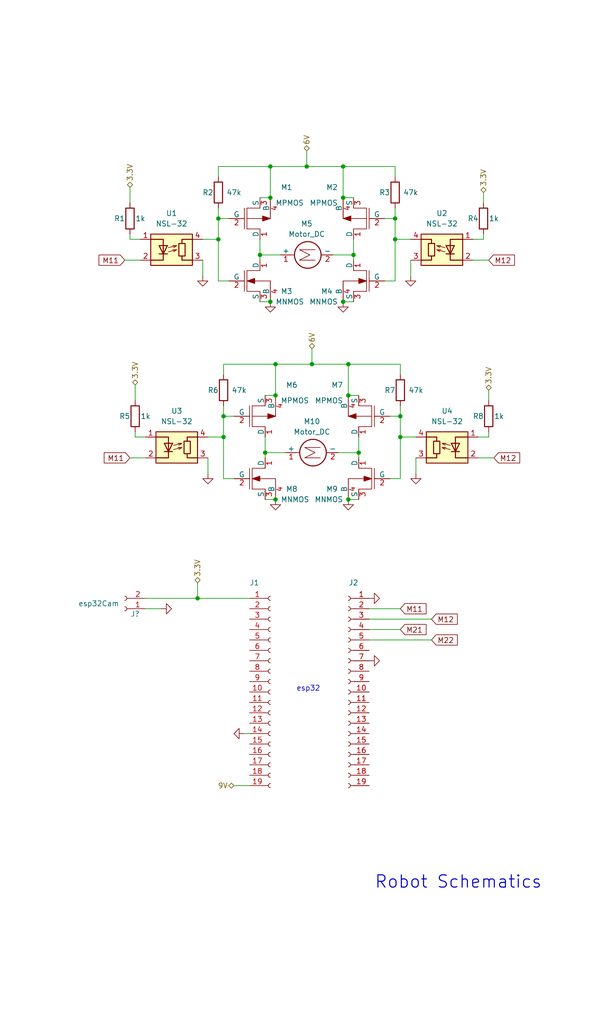
<source format=kicad_sch>
(kicad_sch (version 20211123) (generator eeschema)
  (paper "User" 150.012 250.012)
  (lib_symbols
    (symbol "Connector:Conn_01x02_Female" (pin_names (offset 1.016) hide)
      (property "Reference" "J" (at 0 2.54 0))
      (property "Value" "Conn_01x02_Female" (at 0 -5.08 0))
      (symbol "Conn_01x02_Female_1_1"
        (arc (start 0 -2.032) (mid -0.508 -2.54) (end 0 -3.048) (stroke (width 0.1524)))
        (polyline (pts (xy -1.27 -2.54) (xy -0.508 -2.54)) (stroke (width 0.1524)))
        (polyline (pts (xy -1.27 0) (xy -0.508 0)) (stroke (width 0.1524)))
        (arc (start 0 0.508) (mid -0.508 0) (end 0 -0.508) (stroke (width 0.1524)))
        (pin passive line (at -5.08 0 0) (length 3.81) (name "Pin_1") (number "1"))
        (pin passive line (at -5.08 -2.54 0) (length 3.81) (name "Pin_2") (number "2"))
      )
    )
    (symbol "Connector:Conn_01x19_Female" (pin_names (offset 1.016) hide)
      (property "Reference" "J" (at 0 25.4 0))
      (property "Value" "Conn_01x19_Female" (at 0 -25.4 0))
      (symbol "Conn_01x19_Female_1_1"
        (arc (start 0 -22.352) (mid -0.508 -22.86) (end 0 -23.368) (stroke (width 0.1524)))
        (arc (start 0 -19.812) (mid -0.508 -20.32) (end 0 -20.828) (stroke (width 0.1524)))
        (arc (start 0 -17.272) (mid -0.508 -17.78) (end 0 -18.288) (stroke (width 0.1524)))
        (arc (start 0 -14.732) (mid -0.508 -15.24) (end 0 -15.748) (stroke (width 0.1524)))
        (arc (start 0 -12.192) (mid -0.508 -12.7) (end 0 -13.208) (stroke (width 0.1524)))
        (arc (start 0 -9.652) (mid -0.508 -10.16) (end 0 -10.668) (stroke (width 0.1524)))
        (arc (start 0 -7.112) (mid -0.508 -7.62) (end 0 -8.128) (stroke (width 0.1524)))
        (arc (start 0 -4.572) (mid -0.508 -5.08) (end 0 -5.588) (stroke (width 0.1524)))
        (arc (start 0 -2.032) (mid -0.508 -2.54) (end 0 -3.048) (stroke (width 0.1524)))
        (polyline (pts (xy -1.27 -22.86) (xy -0.508 -22.86)) (stroke (width 0.1524)))
        (polyline (pts (xy -1.27 -20.32) (xy -0.508 -20.32)) (stroke (width 0.1524)))
        (polyline (pts (xy -1.27 -17.78) (xy -0.508 -17.78)) (stroke (width 0.1524)))
        (polyline (pts (xy -1.27 -15.24) (xy -0.508 -15.24)) (stroke (width 0.1524)))
        (polyline (pts (xy -1.27 -12.7) (xy -0.508 -12.7)) (stroke (width 0.1524)))
        (polyline (pts (xy -1.27 -10.16) (xy -0.508 -10.16)) (stroke (width 0.1524)))
        (polyline (pts (xy -1.27 -7.62) (xy -0.508 -7.62)) (stroke (width 0.1524)))
        (polyline (pts (xy -1.27 -5.08) (xy -0.508 -5.08)) (stroke (width 0.1524)))
        (polyline (pts (xy -1.27 -2.54) (xy -0.508 -2.54)) (stroke (width 0.1524)))
        (polyline (pts (xy -1.27 0) (xy -0.508 0)) (stroke (width 0.1524)))
        (polyline (pts (xy -1.27 2.54) (xy -0.508 2.54)) (stroke (width 0.1524)))
        (polyline (pts (xy -1.27 5.08) (xy -0.508 5.08)) (stroke (width 0.1524)))
        (polyline (pts (xy -1.27 7.62) (xy -0.508 7.62)) (stroke (width 0.1524)))
        (polyline (pts (xy -1.27 10.16) (xy -0.508 10.16)) (stroke (width 0.1524)))
        (polyline (pts (xy -1.27 12.7) (xy -0.508 12.7)) (stroke (width 0.1524)))
        (polyline (pts (xy -1.27 15.24) (xy -0.508 15.24)) (stroke (width 0.1524)))
        (polyline (pts (xy -1.27 17.78) (xy -0.508 17.78)) (stroke (width 0.1524)))
        (polyline (pts (xy -1.27 20.32) (xy -0.508 20.32)) (stroke (width 0.1524)))
        (polyline (pts (xy -1.27 22.86) (xy -0.508 22.86)) (stroke (width 0.1524)))
        (arc (start 0 0.508) (mid -0.508 0) (end 0 -0.508) (stroke (width 0.1524)))
        (arc (start 0 3.048) (mid -0.508 2.54) (end 0 2.032) (stroke (width 0.1524)))
        (arc (start 0 5.588) (mid -0.508 5.08) (end 0 4.572) (stroke (width 0.1524)))
        (arc (start 0 8.128) (mid -0.508 7.62) (end 0 7.112) (stroke (width 0.1524)))
        (arc (start 0 10.668) (mid -0.508 10.16) (end 0 9.652) (stroke (width 0.1524)))
        (arc (start 0 13.208) (mid -0.508 12.7) (end 0 12.192) (stroke (width 0.1524)))
        (arc (start 0 15.748) (mid -0.508 15.24) (end 0 14.732) (stroke (width 0.1524)))
        (arc (start 0 18.288) (mid -0.508 17.78) (end 0 17.272) (stroke (width 0.1524)))
        (arc (start 0 20.828) (mid -0.508 20.32) (end 0 19.812) (stroke (width 0.1524)))
        (arc (start 0 23.368) (mid -0.508 22.86) (end 0 22.352) (stroke (width 0.1524)))
        (pin passive line (at -5.08 22.86 0) (length 3.81) (name "Pin_1") (number "1"))
        (pin passive line (at -5.08 0 0) (length 3.81) (name "Pin_10") (number "10"))
        (pin passive line (at -5.08 -2.54 0) (length 3.81) (name "Pin_11") (number "11"))
        (pin passive line (at -5.08 -5.08 0) (length 3.81) (name "Pin_12") (number "12"))
        (pin passive line (at -5.08 -7.62 0) (length 3.81) (name "Pin_13") (number "13"))
        (pin passive line (at -5.08 -10.16 0) (length 3.81) (name "Pin_14") (number "14"))
        (pin passive line (at -5.08 -12.7 0) (length 3.81) (name "Pin_15") (number "15"))
        (pin passive line (at -5.08 -15.24 0) (length 3.81) (name "Pin_16") (number "16"))
        (pin passive line (at -5.08 -17.78 0) (length 3.81) (name "Pin_17") (number "17"))
        (pin passive line (at -5.08 -20.32 0) (length 3.81) (name "Pin_18") (number "18"))
        (pin passive line (at -5.08 -22.86 0) (length 3.81) (name "Pin_19") (number "19"))
        (pin passive line (at -5.08 20.32 0) (length 3.81) (name "Pin_2") (number "2"))
        (pin passive line (at -5.08 17.78 0) (length 3.81) (name "Pin_3") (number "3"))
        (pin passive line (at -5.08 15.24 0) (length 3.81) (name "Pin_4") (number "4"))
        (pin passive line (at -5.08 12.7 0) (length 3.81) (name "Pin_5") (number "5"))
        (pin passive line (at -5.08 10.16 0) (length 3.81) (name "Pin_6") (number "6"))
        (pin passive line (at -5.08 7.62 0) (length 3.81) (name "Pin_7") (number "7"))
        (pin passive line (at -5.08 5.08 0) (length 3.81) (name "Pin_8") (number "8"))
        (pin passive line (at -5.08 2.54 0) (length 3.81) (name "Pin_9") (number "9"))
      )
    )
    (symbol "Device:R" (pin_numbers hide) (pin_names (offset 0))
      (property "Reference" "R" (at 2.032 0 90))
      (property "Value" "R" (at 0 0 90))
      (symbol "R_0_1"
        (rectangle (start -1.016 -2.54) (end 1.016 2.54) (stroke (width 0.254)))
      )
      (symbol "R_1_1"
        (pin passive line (at 0 3.81 270) (length 1.27) (name "~") (number "1"))
        (pin passive line (at 0 -3.81 90) (length 1.27) (name "~") (number "2"))
      )
    )
    (symbol "Isolator:NSL-32" (pin_names (offset 0.762) hide)
      (property "Reference" "U" (at 0 5.08 0))
      (property "Value" "NSL-32" (at 0 -5.08 0))
      (symbol "NSL-32_0_1"
        (rectangle (start -5.08 3.81) (end 5.08 -3.81) (stroke (width 0.254)) (fill (type background)))
        (polyline (pts (xy -5.08 2.54) (xy -2.54 2.54)) (stroke (width 0.254)))
        (polyline (pts (xy -2.794 -2.54) (xy -5.08 -2.54)) (stroke (width 0.254)))
        (polyline (pts (xy -1.016 -1.016) (xy -3.048 -1.016) (xy -3.048 -1.016)) (stroke (width 0.254)))
        (polyline (pts (xy -0.762 -0.508) (xy 1.27 0) (xy 1.27 0)))
        (polyline (pts (xy -0.762 0.508) (xy 1.27 1.016) (xy 1.27 1.016)))
        (polyline (pts (xy 2.54 -1.524) (xy 2.54 -2.54) (xy 5.08 -2.54)) (stroke (width 0.254)))
        (polyline (pts (xy 2.54 1.524) (xy 2.54 2.54) (xy 5.08 2.54)) (stroke (width 0.254)))
        (polyline (pts (xy -2.794 -2.54) (xy -2.032 -2.54) (xy -2.032 2.54) (xy -2.794 2.54)) (stroke (width 0.254)))
        (polyline (pts (xy 0.254 0) (xy 1.27 0) (xy 0.508 -0.508) (xy 0.508 -0.508)))
        (polyline (pts (xy 0.254 1.016) (xy 1.27 1.016) (xy 0.508 0.508) (xy 0.508 0.508)))
        (polyline (pts (xy -1.016 1.016) (xy -3.048 1.016) (xy -2.032 -1.016) (xy -1.016 1.016) (xy -1.016 1.016) (xy -1.016 1.016)) (stroke (width 0.254)))
        (rectangle (start 1.778 1.524) (end 3.302 -1.524) (stroke (width 0.254)))
      )
      (symbol "NSL-32_1_1"
        (pin passive line (at -7.62 2.54 0) (length 2.54) (name "A") (number "1"))
        (pin passive line (at -7.62 -2.54 0) (length 2.54) (name "K") (number "2"))
        (pin passive line (at 7.62 -2.54 180) (length 2.54) (name "R") (number "3"))
        (pin passive line (at 7.62 2.54 180) (length 2.54) (name "R") (number "4"))
      )
    )
    (symbol "Motor:Motor_DC" (pin_names (offset 0))
      (property "Reference" "M" (at 2.54 2.54 0))
      (property "Value" "Motor_DC" (at 2.54 -5.08 0))
      (symbol "Motor_DC_0_0"
        (polyline (pts (xy -1.27 -3.302) (xy -1.27 0.508) (xy 0 -2.032) (xy 1.27 0.508) (xy 1.27 -3.302)))
      )
      (symbol "Motor_DC_0_1"
        (circle (center 0 -1.524) (radius 3.2512) (stroke (width 0.254)))
        (polyline (pts (xy 0 -7.62) (xy 0 -7.112)))
        (polyline (pts (xy 0 -4.7752) (xy 0 -5.1816)))
        (polyline (pts (xy 0 1.7272) (xy 0 2.0828)))
        (polyline (pts (xy 0 2.032) (xy 0 2.54)))
      )
      (symbol "Motor_DC_1_1"
        (pin passive line (at 0 5.08 270) (length 2.54) (name "+") (number "1"))
        (pin passive line (at 0 -7.62 90) (length 2.54) (name "-") (number "2"))
      )
    )
    (symbol "power:GND" (power) (pin_names (offset 0))
      (property "Value" "GND" (at 0 -3.81 0))
      (symbol "GND_0_1"
        (polyline (pts (xy 0 0) (xy 0 -1.27) (xy 1.27 -1.27) (xy 0 -2.54) (xy -1.27 -1.27) (xy 0 -1.27)))
      )
      (symbol "GND_1_1"
        (pin power_in line (at 0 0 270) (length 0) hide (name "GND") (number "1"))
      )
    )
    (symbol "pspice:MNMOS" (pin_names (offset 0))
      (property "Reference" "M" (at 7.62 1.27 0))
      (property "Value" "MNMOS" (at 7.62 -1.27 0))
      (symbol "MNMOS_0_1"
        (polyline (pts (xy -1.27 -2.54) (xy -1.27 2.54)))
        (polyline (pts (xy -0.635 -2.54) (xy 2.54 -2.54)))
        (polyline (pts (xy 2.54 2.54) (xy -0.635 2.54)))
        (polyline (pts (xy 5.08 0) (xy -0.635 0)))
        (polyline (pts (xy -0.635 0) (xy 1.27 0.635) (xy 1.27 -0.635) (xy -0.635 0)) (fill (type outline)))
      )
      (symbol "MNMOS_1_1"
        (polyline (pts (xy -0.635 -2.54) (xy -0.635 2.54)))
        (pin passive line (at 2.54 5.08 270) (length 2.54) (name "D") (number "1"))
        (pin input line (at -5.08 0 0) (length 3.81) (name "G") (number "2"))
        (pin passive line (at 2.54 -5.08 90) (length 2.54) (name "S") (number "3"))
        (pin input line (at 5.08 -5.08 90) (length 5.08) (name "B") (number "4"))
      )
    )
    (symbol "pspice:MPMOS" (pin_names (offset 0))
      (property "Reference" "M" (at 7.62 1.27 0))
      (property "Value" "MPMOS" (at 7.62 -1.27 0))
      (symbol "MPMOS_0_1"
        (polyline (pts (xy -1.27 2.54) (xy -1.27 -2.54)))
        (polyline (pts (xy -0.635 -2.54) (xy 2.54 -2.54)))
        (polyline (pts (xy 2.54 2.54) (xy -0.635 2.54)))
        (polyline (pts (xy 5.08 0) (xy -0.635 0)))
        (polyline (pts (xy 5.08 0) (xy 3.175 0.635) (xy 3.175 -0.635) (xy 5.08 0)) (fill (type outline)))
      )
      (symbol "MPMOS_1_1"
        (polyline (pts (xy -0.635 -2.54) (xy -0.635 2.54)))
        (pin passive line (at 2.54 -5.08 90) (length 2.54) (name "D") (number "1"))
        (pin input line (at -5.08 0 0) (length 3.81) (name "G") (number "2"))
        (pin passive line (at 2.54 5.08 270) (length 2.54) (name "S") (number "3"))
        (pin input line (at 5.08 5.08 270) (length 5.08) (name "B") (number "4"))
      )
    )
  )
  (junction (at 83.82 73.66))
  (junction (at 96.52 53.34))
  (junction (at 96.52 58.42))
  (junction (at 66.04 48.26))
  (junction (at 54.61 101.6))
  (junction (at 66.04 73.66))
  (junction (at 53.34 58.42))
  (junction (at 85.09 121.92))
  (junction (at 76.2 88.9))
  (junction (at 48.26 146.05))
  (junction (at 67.31 121.92))
  (junction (at 83.82 48.26))
  (junction (at 85.09 96.52))
  (junction (at 97.79 106.68))
  (junction (at 87.63 110.49))
  (junction (at 86.36 62.23))
  (junction (at 74.93 40.64))
  (junction (at 54.61 106.68))
  (junction (at 97.79 101.6))
  (junction (at 64.77 110.49))
  (junction (at 63.5 62.23))
  (junction (at 53.34 53.34))
  (junction (at 85.09 88.9))
  (junction (at 67.31 96.52))
  (junction (at 83.82 40.64))
  (junction (at 66.04 40.64))
  (junction (at 67.31 88.9))
  (wire (pts (xy 116.84 111.76) (xy 120.65 111.76)))
  (wire (pts (xy 90.17 151.13) (xy 105.41 151.13)))
  (wire (pts (xy 64.77 110.49) (xy 64.77 111.76)))
  (wire (pts (xy 119.38 105.41) (xy 119.38 106.68)))
  (wire (pts (xy 97.79 88.9) (xy 85.09 88.9)))
  (wire (pts (xy 67.31 88.9) (xy 67.31 96.52)))
  (wire (pts (xy 33.02 106.68) (xy 35.56 106.68)))
  (wire (pts (xy 96.52 43.18) (xy 96.52 40.64)))
  (wire (pts (xy 49.53 63.5) (xy 49.53 67.31)))
  (wire (pts (xy 81.28 62.23) (xy 86.36 62.23)))
  (wire (pts (xy 86.36 62.23) (xy 86.36 63.5)))
  (wire (pts (xy 83.82 40.64) (xy 83.82 48.26)))
  (wire (pts (xy 48.26 142.24) (xy 48.26 146.05)))
  (wire (pts (xy 83.82 73.66) (xy 86.36 73.66)))
  (wire (pts (xy 30.48 63.5) (xy 34.29 63.5)))
  (wire (pts (xy 48.26 146.05) (xy 60.96 146.05)))
  (wire (pts (xy 63.5 73.66) (xy 66.04 73.66)))
  (wire (pts (xy 50.8 106.68) (xy 54.61 106.68)))
  (wire (pts (xy 85.09 96.52) (xy 87.63 96.52)))
  (wire (pts (xy 55.88 68.58) (xy 53.34 68.58)))
  (wire (pts (xy 31.75 45.72) (xy 31.75 49.53)))
  (wire (pts (xy 96.52 50.8) (xy 96.52 53.34)))
  (wire (pts (xy 53.34 53.34) (xy 55.88 53.34)))
  (wire (pts (xy 90.17 153.67) (xy 97.79 153.67)))
  (wire (pts (xy 33.02 105.41) (xy 33.02 106.68)))
  (wire (pts (xy 66.04 40.64) (xy 66.04 48.26)))
  (wire (pts (xy 54.61 88.9) (xy 67.31 88.9)))
  (wire (pts (xy 35.56 148.59) (xy 39.37 148.59)))
  (wire (pts (xy 86.36 58.42) (xy 86.36 62.23)))
  (wire (pts (xy 83.82 48.26) (xy 86.36 48.26)))
  (wire (pts (xy 64.77 96.52) (xy 67.31 96.52)))
  (wire (pts (xy 31.75 57.15) (xy 31.75 58.42)))
  (wire (pts (xy 54.61 91.44) (xy 54.61 88.9)))
  (wire (pts (xy 31.75 58.42) (xy 34.29 58.42)))
  (wire (pts (xy 76.2 88.9) (xy 85.09 88.9)))
  (wire (pts (xy 97.79 106.68) (xy 101.6 106.68)))
  (wire (pts (xy 54.61 99.06) (xy 54.61 101.6)))
  (wire (pts (xy 87.63 106.68) (xy 87.63 110.49)))
  (wire (pts (xy 59.69 179.07) (xy 60.96 179.07)))
  (wire (pts (xy 115.57 63.5) (xy 119.38 63.5)))
  (wire (pts (xy 53.34 50.8) (xy 53.34 53.34)))
  (wire (pts (xy 96.52 58.42) (xy 100.33 58.42)))
  (wire (pts (xy 57.15 116.84) (xy 54.61 116.84)))
  (wire (pts (xy 57.15 191.77) (xy 60.96 191.77)))
  (wire (pts (xy 64.77 106.68) (xy 64.77 110.49)))
  (wire (pts (xy 97.79 91.44) (xy 97.79 88.9)))
  (wire (pts (xy 90.17 156.21) (xy 105.41 156.21)))
  (wire (pts (xy 115.57 58.42) (xy 118.11 58.42)))
  (wire (pts (xy 100.33 63.5) (xy 100.33 67.31)))
  (wire (pts (xy 97.79 99.06) (xy 97.79 101.6)))
  (wire (pts (xy 63.5 62.23) (xy 68.58 62.23)))
  (wire (pts (xy 66.04 40.64) (xy 74.93 40.64)))
  (wire (pts (xy 54.61 106.68) (xy 54.61 116.84)))
  (wire (pts (xy 95.25 101.6) (xy 97.79 101.6)))
  (wire (pts (xy 118.11 46.99) (xy 118.11 49.53)))
  (wire (pts (xy 35.56 146.05) (xy 48.26 146.05)))
  (wire (pts (xy 97.79 106.68) (xy 97.79 116.84)))
  (wire (pts (xy 64.77 121.92) (xy 67.31 121.92)))
  (wire (pts (xy 54.61 101.6) (xy 57.15 101.6)))
  (wire (pts (xy 90.17 148.59) (xy 97.79 148.59)))
  (wire (pts (xy 63.5 62.23) (xy 63.5 63.5)))
  (wire (pts (xy 53.34 40.64) (xy 66.04 40.64)))
  (wire (pts (xy 85.09 121.92) (xy 87.63 121.92)))
  (wire (pts (xy 93.98 68.58) (xy 96.52 68.58)))
  (wire (pts (xy 95.25 116.84) (xy 97.79 116.84)))
  (wire (pts (xy 119.38 95.25) (xy 119.38 97.79)))
  (wire (pts (xy 63.5 58.42) (xy 63.5 62.23)))
  (wire (pts (xy 33.02 93.98) (xy 33.02 97.79)))
  (wire (pts (xy 63.5 48.26) (xy 66.04 48.26)))
  (wire (pts (xy 53.34 53.34) (xy 53.34 58.42)))
  (wire (pts (xy 53.34 43.18) (xy 53.34 40.64)))
  (wire (pts (xy 93.98 53.34) (xy 96.52 53.34)))
  (wire (pts (xy 64.77 110.49) (xy 69.85 110.49)))
  (wire (pts (xy 67.31 88.9) (xy 76.2 88.9)))
  (wire (pts (xy 50.8 111.76) (xy 50.8 115.57)))
  (wire (pts (xy 54.61 101.6) (xy 54.61 106.68)))
  (wire (pts (xy 97.79 101.6) (xy 97.79 106.68)))
  (wire (pts (xy 96.52 58.42) (xy 96.52 68.58)))
  (wire (pts (xy 116.84 106.68) (xy 119.38 106.68)))
  (wire (pts (xy 87.63 110.49) (xy 87.63 111.76)))
  (wire (pts (xy 74.93 36.83) (xy 74.93 40.64)))
  (wire (pts (xy 82.55 110.49) (xy 87.63 110.49)))
  (wire (pts (xy 49.53 58.42) (xy 53.34 58.42)))
  (wire (pts (xy 85.09 88.9) (xy 85.09 96.52)))
  (wire (pts (xy 96.52 40.64) (xy 83.82 40.64)))
  (wire (pts (xy 101.6 111.76) (xy 101.6 115.57)))
  (wire (pts (xy 53.34 58.42) (xy 53.34 68.58)))
  (wire (pts (xy 76.2 85.09) (xy 76.2 88.9)))
  (wire (pts (xy 31.75 111.76) (xy 35.56 111.76)))
  (wire (pts (xy 96.52 53.34) (xy 96.52 58.42)))
  (wire (pts (xy 74.93 40.64) (xy 83.82 40.64)))
  (wire (pts (xy 118.11 57.15) (xy 118.11 58.42)))
  (text "esp32" (at 72.39 168.91 0) (effects (font (size 1.27 1.27)) (justify left bottom)))
  (text "Robot Schematics" (at 91.44 217.17 0) (effects (font (size 3 3) (thickness 0.254) bold) (justify left bottom)))
  (global_label "M11" (shape input) (at 31.75 111.76 180) (property "Intersheet References" "${INTERSHEET_REFS}" (effects hide)))
  (global_label "M11" (shape input) (at 30.48 63.5 180) (property "Intersheet References" "${INTERSHEET_REFS}" (effects hide)))
  (global_label "M21" (shape input) (at 97.79 153.67 0) (property "Intersheet References" "${INTERSHEET_REFS}" (effects hide)))
  (global_label "M12" (shape input) (at 119.38 63.5 0) (property "Intersheet References" "${INTERSHEET_REFS}" (effects hide)))
  (global_label "M12" (shape input) (at 120.65 111.76 0) (property "Intersheet References" "${INTERSHEET_REFS}" (effects hide)))
  (global_label "M22" (shape input) (at 105.41 156.21 0) (property "Intersheet References" "${INTERSHEET_REFS}" (effects hide)))
  (global_label "M11" (shape input) (at 97.79 148.59 0) (property "Intersheet References" "${INTERSHEET_REFS}" (effects hide)))
  (global_label "M12" (shape input) (at 105.41 151.13 0) (property "Intersheet References" "${INTERSHEET_REFS}" (effects hide)))
  (hierarchical_label "3.3V" (shape bidirectional) (at 118.11 46.99 90))
  (hierarchical_label "3.3V" (shape bidirectional) (at 48.26 142.24 90))
  (hierarchical_label "6V" (shape bidirectional) (at 74.93 36.83 90))
  (hierarchical_label "6V" (shape bidirectional) (at 76.2 85.09 90))
  (hierarchical_label "3.3V" (shape bidirectional) (at 33.02 93.98 90))
  (hierarchical_label "9V" (shape bidirectional) (at 57.15 191.77 180))
  (hierarchical_label "3.3V" (shape bidirectional) (at 31.75 45.72 90))
  (hierarchical_label "3.3V" (shape bidirectional) (at 119.38 95.25 90))
  (symbol (lib_id "power:GND") (at 49.53 67.31 0) (unit 1)
    (property "Reference" "#PWR?" (effects hide))
    (property "Value" "GND" (effects hide))
  )
  (symbol (lib_id "Device:R") (at 97.79 95.25 180) (unit 1)
    (property "Reference" "R7" (at 95.25 95.25 0))
    (property "Value" "47k" (at 101.6 95.25 0))
    (property "Footprint" "Resistor_THT:R_Axial_DIN0614_L14.3mm_D5.7mm_P15.24mm_Horizontal" (effects hide))
  )
  (symbol (lib_id "Device:R") (at 31.75 53.34 180) (unit 1)
    (property "Reference" "R1" (at 29.21 53.34 0))
    (property "Value" "1k" (at 34.29 53.34 0))
    (property "Footprint" "Resistor_THT:R_Axial_DIN0614_L14.3mm_D5.7mm_P15.24mm_Horizontal" (effects hide))
  )
  (symbol (lib_id "power:GND") (at 59.69 179.07 270) (unit 1)
    (property "Reference" "#PWR0104" (effects hide))
    (property "Value" "GND" (effects hide))
  )
  (symbol (lib_id "pspice:MPMOS") (at 60.96 53.34 0) (unit 1)
    (property "Reference" "M1" (at 68.58 45.72 0) (effects (justify left)))
    (property "Value" "MPMOS" (at 67.31 49.53 0) (effects (justify left)))
  )
  (symbol (lib_id "power:GND") (at 101.6 115.57 0) (unit 1)
    (property "Reference" "#PWR?" (effects hide))
    (property "Value" "GND" (effects hide))
  )
  (symbol (lib_id "pspice:MNMOS") (at 60.96 68.58 0) (unit 1)
    (property "Reference" "M3" (at 68.58 71.12 0) (effects (justify left)))
    (property "Value" "MNMOS" (at 67.31 73.66 0) (effects (justify left)))
  )
  (symbol (lib_id "power:GND") (at 100.33 67.31 0) (unit 1)
    (property "Reference" "#PWR?" (effects hide))
    (property "Value" "GND" (effects hide))
  )
  (symbol (lib_id "pspice:MPMOS") (at 88.9 53.34 0) (mirror y) (unit 1)
    (property "Reference" "M2" (at 82.55 45.72 0) (effects (justify left)))
    (property "Value" "MPMOS" (at 82.55 49.53 0) (effects (justify left)))
  )
  (symbol (lib_id "Isolator:NSL-32") (at 107.95 60.96 0) (mirror y) (unit 1)
    (property "Reference" "U2" (at 107.95 52.07 0))
    (property "Value" "NSL-32" (at 107.95 54.61 0))
    (property "Footprint" "OptoDevice:Luna_NSL-32" (effects hide))
    (property "Datasheet" "http://lunainc.com/wp-content/uploads/2016/06/NSL-32.pdf" (effects hide))
  )
  (symbol (lib_id "Motor:Motor_DC") (at 74.93 110.49 90) (unit 1)
    (property "Reference" "M10" (at 76.2 102.87 90))
    (property "Value" "Motor_DC" (at 76.2 105.41 90))
  )
  (symbol (lib_id "Connector:Conn_01x19_Female") (at 66.04 168.91 0) (unit 1)
    (property "Reference" "J1" (at 60.96 142.24 0) (effects (justify left)))
    (property "Value" "Conn_01x19_Female" (effects hide))
    (property "Footprint" "Connector_PinSocket_2.54mm:PinSocket_1x19_P2.54mm_Vertical" (effects hide))
  )
  (symbol (lib_id "power:GND") (at 66.04 73.66 0) (unit 1)
    (property "Reference" "#PWR?" (effects hide))
    (property "Value" "GND" (effects hide))
  )
  (symbol (lib_id "Device:R") (at 119.38 101.6 180) (unit 1)
    (property "Reference" "R8" (at 116.84 101.6 0))
    (property "Value" "1k" (at 121.92 101.6 0))
    (property "Footprint" "Resistor_THT:R_Axial_DIN0614_L14.3mm_D5.7mm_P15.24mm_Horizontal" (effects hide))
  )
  (symbol (lib_id "Device:R") (at 53.34 46.99 180) (unit 1)
    (property "Reference" "R2" (at 50.8 46.99 0))
    (property "Value" "47k" (at 57.15 46.99 0))
    (property "Footprint" "Resistor_THT:R_Axial_DIN0614_L14.3mm_D5.7mm_P15.24mm_Horizontal" (effects hide))
  )
  (symbol (lib_id "power:GND") (at 90.17 146.05 90) (unit 1)
    (property "Reference" "#PWR?" (effects hide))
    (property "Value" "GND" (effects hide))
  )
  (symbol (lib_id "power:GND") (at 39.37 148.59 90) (unit 1)
    (property "Reference" "#PWR?" (effects hide))
    (property "Value" "GND" (effects hide))
  )
  (symbol (lib_id "Device:R") (at 118.11 53.34 180) (unit 1)
    (property "Reference" "R4" (at 115.57 53.34 0))
    (property "Value" "1k" (at 120.65 53.34 0))
    (property "Footprint" "Resistor_THT:R_Axial_DIN0614_L14.3mm_D5.7mm_P15.24mm_Horizontal" (effects hide))
  )
  (symbol (lib_id "Connector:Conn_01x19_Female") (at 85.09 168.91 0) (mirror y) (unit 1)
    (property "Reference" "J2" (at 86.36 142.24 0))
    (property "Value" "Conn_01x19_Female" (effects hide))
    (property "Footprint" "Connector_PinSocket_2.54mm:PinSocket_1x19_P2.54mm_Vertical" (effects hide))
  )
  (symbol (lib_id "Device:R") (at 96.52 46.99 180) (unit 1)
    (property "Reference" "R3" (at 93.98 46.99 0))
    (property "Value" "47k" (at 100.33 46.99 0))
    (property "Footprint" "Resistor_THT:R_Axial_DIN0614_L14.3mm_D5.7mm_P15.24mm_Horizontal" (effects hide))
  )
  (symbol (lib_id "Isolator:NSL-32") (at 109.22 109.22 0) (mirror y) (unit 1)
    (property "Reference" "U4" (at 109.22 100.33 0))
    (property "Value" "NSL-32" (at 109.22 102.87 0))
    (property "Footprint" "OptoDevice:Luna_NSL-32" (effects hide))
    (property "Datasheet" "http://lunainc.com/wp-content/uploads/2016/06/NSL-32.pdf" (effects hide))
  )
  (symbol (lib_id "power:GND") (at 67.31 121.92 0) (unit 1)
    (property "Reference" "#PWR?" (effects hide))
    (property "Value" "GND" (effects hide))
  )
  (symbol (lib_id "pspice:MPMOS") (at 90.17 101.6 0) (mirror y) (unit 1)
    (property "Reference" "M7" (at 83.82 93.98 0) (effects (justify left)))
    (property "Value" "MPMOS" (at 83.82 97.79 0) (effects (justify left)))
  )
  (symbol (lib_id "Motor:Motor_DC") (at 73.66 62.23 90) (unit 1)
    (property "Reference" "M5" (at 74.93 54.61 90))
    (property "Value" "Motor_DC" (at 74.93 57.15 90))
  )
  (symbol (lib_id "Isolator:NSL-32") (at 43.18 109.22 0) (unit 1)
    (property "Reference" "U3" (at 43.18 100.33 0))
    (property "Value" "NSL-32" (at 43.18 102.87 0))
    (property "Footprint" "OptoDevice:Luna_NSL-32" (effects hide))
    (property "Datasheet" "http://lunainc.com/wp-content/uploads/2016/06/NSL-32.pdf" (effects hide))
  )
  (symbol (lib_id "Isolator:NSL-32") (at 41.91 60.96 0) (unit 1)
    (property "Reference" "U1" (at 41.91 52.07 0))
    (property "Value" "NSL-32" (at 41.91 54.61 0))
    (property "Footprint" "OptoDevice:Luna_NSL-32" (effects hide))
    (property "Datasheet" "http://lunainc.com/wp-content/uploads/2016/06/NSL-32.pdf" (effects hide))
  )
  (symbol (lib_id "power:GND") (at 90.17 161.29 90) (unit 1)
    (property "Reference" "#PWR?" (effects hide))
    (property "Value" "GND" (effects hide))
  )
  (symbol (lib_id "power:GND") (at 85.09 121.92 0) (unit 1)
    (property "Reference" "#PWR?" (effects hide))
    (property "Value" "GND" (effects hide))
  )
  (symbol (lib_id "power:GND") (at 50.8 115.57 0) (unit 1)
    (property "Reference" "#PWR?" (effects hide))
    (property "Value" "GND" (effects hide))
  )
  (symbol (lib_id "Connector:Conn_01x02_Female") (at 30.48 148.59 180) (unit 1)
    (property "Reference" "J?" (at 33.02 149.86 0))
    (property "Value" "esp32Cam" (at 24.13 147.32 0))
  )
  (symbol (lib_id "pspice:MNMOS") (at 62.23 116.84 0) (unit 1)
    (property "Reference" "M8" (at 69.85 119.38 0) (effects (justify left)))
    (property "Value" "MNMOS" (at 68.58 121.92 0) (effects (justify left)))
  )
  (symbol (lib_id "pspice:MNMOS") (at 88.9 68.58 0) (mirror y) (unit 1)
    (property "Reference" "M4" (at 81.28 71.12 0) (effects (justify left)))
    (property "Value" "MNMOS" (at 82.55 73.66 0) (effects (justify left)))
  )
  (symbol (lib_id "power:GND") (at 83.82 73.66 0) (unit 1)
    (property "Reference" "#PWR?" (effects hide))
    (property "Value" "GND" (effects hide))
  )
  (symbol (lib_id "Device:R") (at 33.02 101.6 180) (unit 1)
    (property "Reference" "R5" (at 30.48 101.6 0))
    (property "Value" "1k" (at 35.56 101.6 0))
    (property "Footprint" "Resistor_THT:R_Axial_DIN0614_L14.3mm_D5.7mm_P15.24mm_Horizontal" (effects hide))
  )
  (symbol (lib_id "pspice:MNMOS") (at 90.17 116.84 0) (mirror y) (unit 1)
    (property "Reference" "M9" (at 82.55 119.38 0) (effects (justify left)))
    (property "Value" "MNMOS" (at 83.82 121.92 0) (effects (justify left)))
  )
  (symbol (lib_id "Device:R") (at 54.61 95.25 180) (unit 1)
    (property "Reference" "R6" (at 52.07 95.25 0))
    (property "Value" "47k" (at 58.42 95.25 0))
    (property "Footprint" "Resistor_THT:R_Axial_DIN0614_L14.3mm_D5.7mm_P15.24mm_Horizontal" (effects hide))
  )
  (symbol (lib_id "pspice:MPMOS") (at 62.23 101.6 0) (unit 1)
    (property "Reference" "M6" (at 69.85 93.98 0) (effects (justify left)))
    (property "Value" "MPMOS" (at 68.58 97.79 0) (effects (justify left)))
  )
)
</source>
